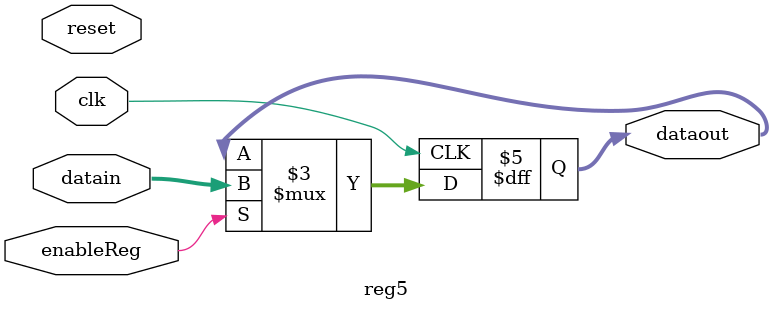
<source format=v>
`timescale 1ns / 1ps
module reg5(
	input clk,
	input reset,
	input [4:0] datain,
	input enableReg,
	output reg [4:0] dataout
    );

always@(posedge clk)begin

	if(reset)begin//check reset
		dataout <= 5'b0;
	end
	
	if(enableReg)begin
		dataout <= datain;
		end
	else begin 
		dataout <= dataout;
	end
end


endmodule
</source>
